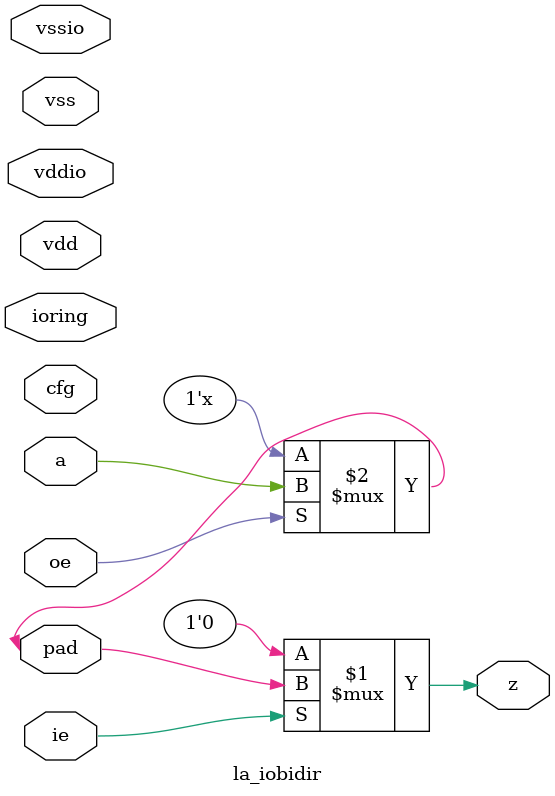
<source format=v>
/**************************************************************************
 * Function: IO digital bidirectional buffer
 * Copyright: Lambda Project Authors. All rights Reserved.
 * License:  MIT (see LICENSE file in Lambda repository)
 *
 * Docs:
 *
 * ../README.md
 *
 *************************************************************************/
module la_iobidir
  #(
    parameter PROP = "DEFAULT", // cell property
    parameter SIDE = "NO",      // "NO", "SO", "EA", "WE"
    parameter CFGW = 16,        // width of core config bus
    parameter RINGW = 8         // width of io ring
    )
   (// io pad signals
    inout             pad,    // bidirectional pad signal
    inout             vdd,    // core supply
    inout             vss,    // core ground
    inout             vddio,  // io supply
    inout             vssio,  // io ground
    // core facing signals
    input             a,      // input from core
    output            z,      // output to core
    input             ie,     // input enable, 1 = active
    input             oe,     // output enable, 1 = active
    inout [RINGW-1:0] ioring, // generic io ring
    input [CFGW-1:0]  cfg     // generic config interface
    );

   // to core
    assign z   = ie ? pad : 1'b0;

    // to pad
    assign pad = oe ? a : 1'bz;

endmodule

</source>
